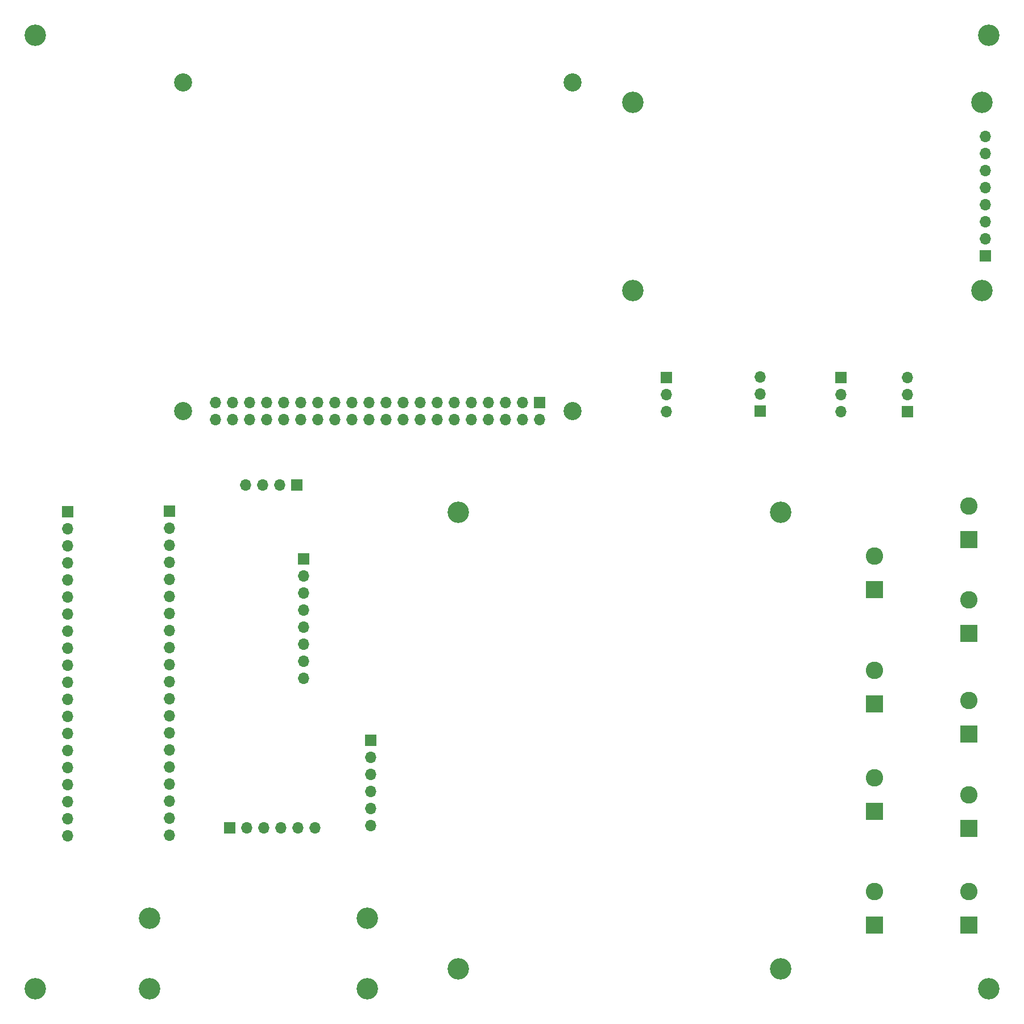
<source format=gbs>
G04 #@! TF.GenerationSoftware,KiCad,Pcbnew,(6.0.8)*
G04 #@! TF.CreationDate,2022-11-08T16:17:13+09:00*
G04 #@! TF.ProjectId,Aquarium,41717561-7269-4756-9d2e-6b696361645f,1.0*
G04 #@! TF.SameCoordinates,Original*
G04 #@! TF.FileFunction,Soldermask,Bot*
G04 #@! TF.FilePolarity,Negative*
%FSLAX46Y46*%
G04 Gerber Fmt 4.6, Leading zero omitted, Abs format (unit mm)*
G04 Created by KiCad (PCBNEW (6.0.8)) date 2022-11-08 16:17:13*
%MOMM*%
%LPD*%
G01*
G04 APERTURE LIST*
%ADD10R,2.600000X2.600000*%
%ADD11C,2.600000*%
%ADD12R,1.700000X1.700000*%
%ADD13O,1.700000X1.700000*%
%ADD14C,3.200000*%
%ADD15C,2.700000*%
G04 APERTURE END LIST*
D10*
X224000000Y-174540000D03*
D11*
X224000000Y-169540000D03*
D10*
X224000000Y-141540000D03*
D11*
X224000000Y-136540000D03*
D10*
X224000000Y-157540000D03*
D11*
X224000000Y-152540000D03*
D10*
X224000000Y-124540000D03*
D11*
X224000000Y-119540000D03*
D10*
X238000000Y-174540000D03*
D11*
X238000000Y-169540000D03*
D10*
X238000000Y-160080000D03*
D11*
X238000000Y-155080000D03*
D10*
X238000000Y-146080000D03*
D11*
X238000000Y-141080000D03*
D10*
X238000000Y-131080000D03*
D11*
X238000000Y-126080000D03*
D10*
X238000000Y-117080000D03*
D11*
X238000000Y-112080000D03*
D12*
X174130000Y-96730000D03*
D13*
X174130000Y-99270000D03*
X171590000Y-96730000D03*
X171590000Y-99270000D03*
X169050000Y-96730000D03*
X169050000Y-99270000D03*
X166510000Y-96730000D03*
X166510000Y-99270000D03*
X163970000Y-96730000D03*
X163970000Y-99270000D03*
X161430000Y-96730000D03*
X161430000Y-99270000D03*
X158890000Y-96730000D03*
X158890000Y-99270000D03*
X156350000Y-96730000D03*
X156350000Y-99270000D03*
X153810000Y-96730000D03*
X153810000Y-99270000D03*
X151270000Y-96730000D03*
X151270000Y-99270000D03*
X148730000Y-96730000D03*
X148730000Y-99270000D03*
X146190000Y-96730000D03*
X146190000Y-99270000D03*
X143650000Y-96730000D03*
X143650000Y-99270000D03*
X141110000Y-96730000D03*
X141110000Y-99270000D03*
X138570000Y-96730000D03*
X138570000Y-99270000D03*
X136030000Y-96730000D03*
X136030000Y-99270000D03*
X133490000Y-96730000D03*
X133490000Y-99270000D03*
X130950000Y-96730000D03*
X130950000Y-99270000D03*
X128410000Y-96730000D03*
X128410000Y-99270000D03*
X125870000Y-96730000D03*
X125870000Y-99270000D03*
D14*
X99000000Y-42000000D03*
D12*
X193000000Y-93000000D03*
D13*
X193000000Y-95540000D03*
X193000000Y-98080000D03*
D15*
X121000000Y-98000000D03*
D14*
X240000000Y-80000000D03*
X240000000Y-52000000D03*
X241000000Y-42000000D03*
D12*
X149000000Y-147000000D03*
D13*
X149000000Y-149540000D03*
X149000000Y-152080000D03*
X149000000Y-154620000D03*
X149000000Y-157160000D03*
X149000000Y-159700000D03*
D12*
X228925000Y-98035000D03*
D13*
X228925000Y-95495000D03*
X228925000Y-92955000D03*
D12*
X138000000Y-109000000D03*
D13*
X135460000Y-109000000D03*
X132920000Y-109000000D03*
X130380000Y-109000000D03*
D14*
X148500000Y-184000000D03*
D12*
X139000000Y-120000000D03*
D13*
X139000000Y-122540000D03*
X139000000Y-125080000D03*
X139000000Y-127620000D03*
X139000000Y-130160000D03*
X139000000Y-132700000D03*
X139000000Y-135240000D03*
X139000000Y-137780000D03*
D12*
X103805000Y-112910000D03*
D13*
X103805000Y-115450000D03*
X103805000Y-117990000D03*
X103805000Y-120530000D03*
X103805000Y-123070000D03*
X103805000Y-125610000D03*
X103805000Y-128150000D03*
X103805000Y-130690000D03*
X103805000Y-133230000D03*
X103805000Y-135770000D03*
X103805000Y-138310000D03*
X103805000Y-140850000D03*
X103805000Y-143390000D03*
X103805000Y-145930000D03*
X103805000Y-148470000D03*
X103805000Y-151010000D03*
X103805000Y-153550000D03*
X103805000Y-156090000D03*
X103805000Y-158630000D03*
X103805000Y-161170000D03*
D12*
X128000000Y-160000000D03*
D13*
X130540000Y-160000000D03*
X133080000Y-160000000D03*
X135620000Y-160000000D03*
X138160000Y-160000000D03*
X140700000Y-160000000D03*
D12*
X219000000Y-93000000D03*
D13*
X219000000Y-95540000D03*
X219000000Y-98080000D03*
D14*
X188000000Y-80000000D03*
D12*
X240475000Y-74875000D03*
D13*
X240475000Y-72335000D03*
X240475000Y-69795000D03*
X240475000Y-67255000D03*
X240475000Y-64715000D03*
X240475000Y-62175000D03*
X240475000Y-59635000D03*
X240475000Y-57095000D03*
D14*
X162000000Y-181000000D03*
D15*
X179000000Y-49000000D03*
D14*
X210000000Y-113000000D03*
X188000000Y-52000000D03*
D15*
X179000000Y-98000000D03*
D14*
X210000000Y-181000000D03*
X116000000Y-173500000D03*
D12*
X206975000Y-98000000D03*
D13*
X206975000Y-95460000D03*
X206975000Y-92920000D03*
D15*
X121000000Y-49000000D03*
D14*
X99000000Y-184000000D03*
X116000000Y-184000000D03*
X241000000Y-184000000D03*
D12*
X119025000Y-112900000D03*
D13*
X119025000Y-115440000D03*
X119025000Y-117980000D03*
X119025000Y-120520000D03*
X119025000Y-123060000D03*
X119025000Y-125600000D03*
X119025000Y-128140000D03*
X119025000Y-130680000D03*
X119025000Y-133220000D03*
X119025000Y-135760000D03*
X119025000Y-138300000D03*
X119025000Y-140840000D03*
X119025000Y-143380000D03*
X119025000Y-145920000D03*
X119025000Y-148460000D03*
X119025000Y-151000000D03*
X119025000Y-153540000D03*
X119025000Y-156080000D03*
X119025000Y-158620000D03*
X119025000Y-161160000D03*
D14*
X162000000Y-113000000D03*
X148500000Y-173500000D03*
M02*

</source>
